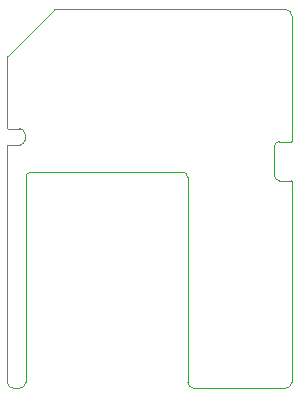
<source format=gko>
G04 Layer_Color=16711935*
%FSLAX25Y25*%
%MOIN*%
G70*
G01*
G75*
%ADD56C,0.00039*%
D56*
X104331Y373302D02*
G03*
X106498Y375468I0J2167D01*
G01*
X108268Y445471D02*
G03*
X106498Y443701I0J-1770D01*
G01*
X160432D02*
G03*
X158661Y445471I-1770J0D01*
G01*
X160432Y375468D02*
G03*
X162598Y373302I2167J0D01*
G01*
X193020D02*
G03*
X195186Y375468I0J2167D01*
G01*
Y442398D02*
G03*
X194988Y442596I-198J0D01*
G01*
X189281Y444366D02*
G03*
X191051Y442596I1770J0D01*
G01*
Y455585D02*
G03*
X189281Y453815I0J-1770D01*
G01*
X194988Y455585D02*
G03*
X195186Y455784I0J198D01*
G01*
Y497516D02*
G03*
X193020Y499683I-2167J0D01*
G01*
X116248D02*
G03*
X116107Y499623I0J-198D01*
G01*
X100361Y483878D02*
G03*
X100302Y483736I139J-141D01*
G01*
Y460114D02*
G03*
X100500Y459916I198J0D01*
G01*
X106207Y458152D02*
G03*
X104437Y459916I-1770J-6D01*
G01*
X104437Y454407D02*
G03*
X106207Y456177I0J1770D01*
G01*
X100500Y454407D02*
G03*
X100302Y454209I0J-198D01*
G01*
Y375468D02*
G03*
X102469Y373302I2167J0D01*
G01*
X104331D01*
X106498Y375468D02*
Y443701D01*
X108268Y445471D02*
X158661D01*
X160432Y375468D02*
Y443701D01*
X162598Y373302D02*
X193020D01*
X195186Y375468D02*
Y442398D01*
X191051Y442596D02*
X194988D01*
X189281Y444366D02*
Y453815D01*
X191051Y455585D02*
X194988D01*
X195186Y455784D02*
Y497516D01*
X116248Y499683D02*
X193020D01*
X116107Y499623D02*
X116108Y499624D01*
X100360Y483877D02*
X116108Y499624D01*
X100360Y483877D02*
X100361Y483878D01*
X100302Y460114D02*
Y483736D01*
X100500Y459916D02*
X104437D01*
X106207Y456177D02*
Y458152D01*
X100500Y454407D02*
X104437D01*
X100302Y375468D02*
Y454209D01*
M02*

</source>
